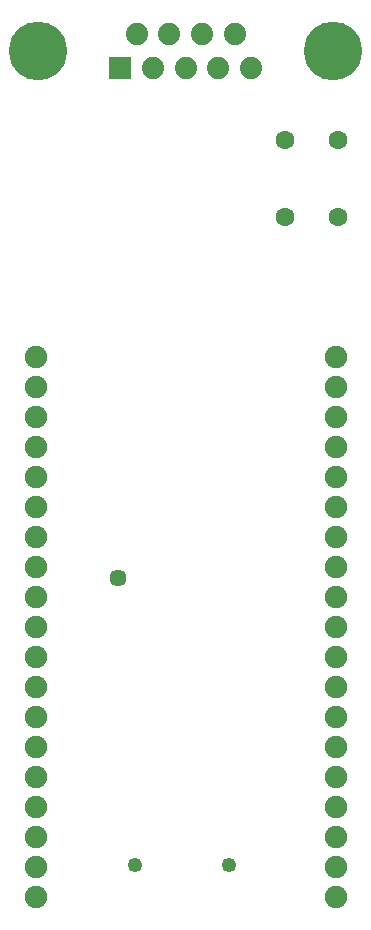
<source format=gbr>
G04 DipTrace 5.1.0.3*
G04 BottomMask.gbr*
%MOIN*%
G04 #@! TF.FileFunction,Soldermask,Bot*
G04 #@! TF.Part,Single*
%ADD33C,0.049213*%
%ADD40C,0.074803*%
%ADD42C,0.057087*%
%ADD50C,0.062992*%
%ADD52C,0.195276*%
%ADD54C,0.074409*%
%ADD56R,0.074409X0.074409*%
%FSLAX26Y26*%
G04*
G70*
G90*
G75*
G01*
G04 BotMask*
%LPD*%
D56*
X800953Y3206294D3*
D54*
X910008D3*
X1019063D3*
X1128118D3*
X1237173D3*
X855480Y3318105D3*
X964536D3*
X1073591D3*
X1182646D3*
D52*
X527134Y3262199D3*
X1510992D3*
D50*
X1526036Y2708482D3*
Y2964388D3*
X1348870D3*
Y2708482D3*
D33*
X848574Y550340D3*
X1163022D3*
D42*
X794196Y1506776D3*
D40*
X1518702Y443700D3*
Y543700D3*
Y643700D3*
Y743700D3*
Y843700D3*
Y943700D3*
Y1043700D3*
Y1143700D3*
Y1243700D3*
Y1343700D3*
Y1443700D3*
Y1543700D3*
Y1643700D3*
Y1743700D3*
Y1843700D3*
Y1943700D3*
Y2043700D3*
Y2143700D3*
Y2243700D3*
X518702D3*
Y2143700D3*
Y2043700D3*
Y1943700D3*
Y1843700D3*
Y1743700D3*
Y1643700D3*
Y1543700D3*
Y1443700D3*
Y1343700D3*
Y1243700D3*
Y1143700D3*
Y1043700D3*
Y943700D3*
Y843700D3*
Y743700D3*
Y643700D3*
Y543700D3*
Y443700D3*
M02*

</source>
